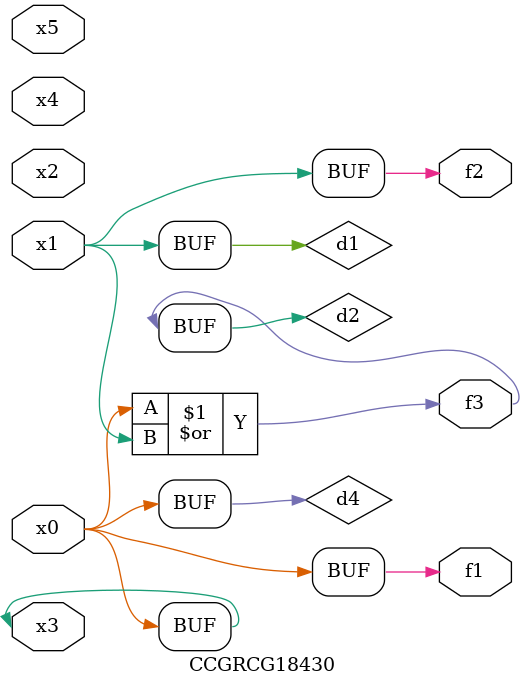
<source format=v>
module CCGRCG18430(
	input x0, x1, x2, x3, x4, x5,
	output f1, f2, f3
);

	wire d1, d2, d3, d4;

	and (d1, x1);
	or (d2, x0, x1);
	nand (d3, x0, x5);
	buf (d4, x0, x3);
	assign f1 = d4;
	assign f2 = d1;
	assign f3 = d2;
endmodule

</source>
